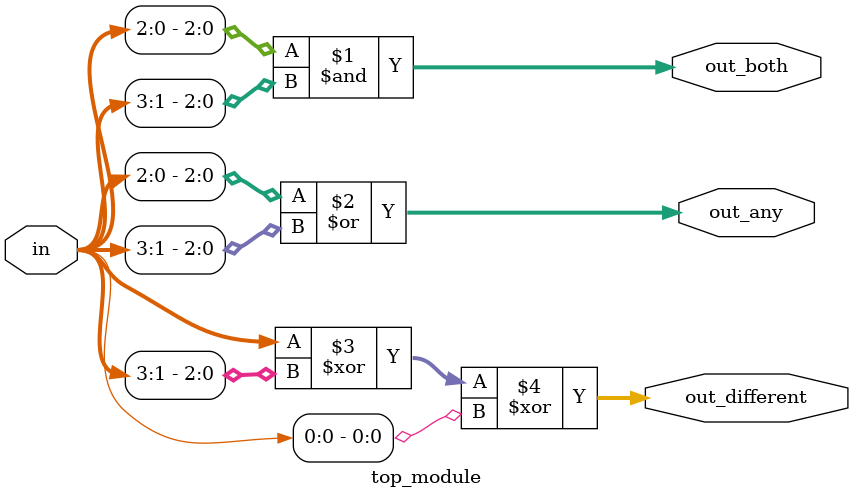
<source format=sv>
module top_module (
    input [3:0] in,
    output [2:0] out_both,
    output [3:1] out_any,
    output [3:0] out_different
);

    assign out_both = in[2:0] & in[3:1];
    assign out_any = in[2:0] | in[3:1];
    assign out_different = in ^ in[3:1] ^ in[0];

endmodule

</source>
